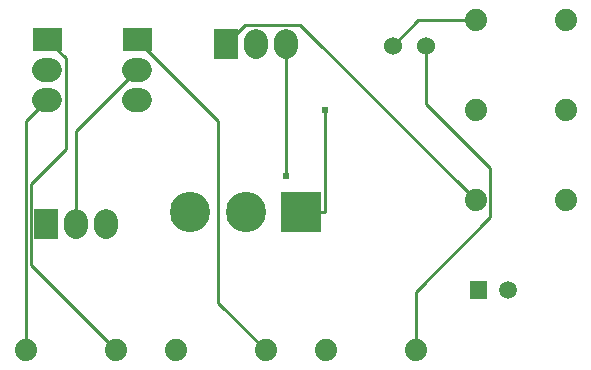
<source format=gbl>
G04 Layer: BottomLayer*
G04 EasyEDA v6.4.19.4, 2021-06-20T15:31:19+02:00*
G04 e6e026fb29b945aabfb51621ac71b843,10*
G04 Gerber Generator version 0.2*
G04 Scale: 100 percent, Rotated: No, Reflected: No *
G04 Dimensions in millimeters *
G04 leading zeros omitted , absolute positions ,4 integer and 5 decimal *
%FSLAX45Y45*%
%MOMM*%

%ADD11C,0.2600*%
%ADD12C,0.6100*%
%ADD13C,1.5240*%
%ADD14C,1.4986*%
%ADD16R,3.4160X3.4160*%
%ADD17C,3.4160*%
%ADD19C,1.8796*%
%ADD21C,2.0000*%

%LPD*%
D11*
X2054857Y8547100D02*
G01*
X2739900Y7861808D01*
X2739900Y6320792D01*
X3142493Y5918200D01*
X1292857Y8547100D02*
G01*
X1449585Y8390384D01*
X1449585Y7618219D01*
X1153157Y7321804D01*
X1153157Y6637530D01*
X1872493Y5918200D01*
X4920493Y7188200D02*
G01*
X3435611Y8673084D01*
X2970535Y8673084D01*
X2806451Y8509000D01*
X3314451Y8509000D02*
G01*
X3314451Y7393688D01*
X3444750Y7086600D02*
G01*
X3644900Y7086600D01*
X3644900Y7086600D02*
G01*
X3644900Y7950200D01*
X1292857Y8039100D02*
G01*
X1110493Y7856730D01*
X1110493Y5918200D01*
X4920493Y8712200D02*
G01*
X4435350Y8712200D01*
X4219450Y8496300D01*
X4412493Y5918200D02*
G01*
X4412493Y6409946D01*
X5044442Y7041895D01*
X5044442Y7457696D01*
X4498850Y8003288D01*
X4498850Y8496300D01*
X1536445Y6985000D02*
G01*
X1536445Y7774688D01*
X2054857Y8293100D01*
D13*
G01*
X4498847Y8496300D03*
G01*
X4219447Y8496300D03*
D14*
G01*
X5197347Y6426200D03*
G36*
X4868418Y6501129D02*
G01*
X5018277Y6501129D01*
X5018277Y6351270D01*
X4868418Y6351270D01*
G37*
D16*
G01*
X3444747Y7086600D03*
D17*
G01*
X2974847Y7086600D03*
G01*
X2504947Y7086600D03*
G36*
X1182372Y7109968D02*
G01*
X1382524Y7109968D01*
X1382524Y6860031D01*
X1182372Y6860031D01*
G37*
G36*
X2706372Y8633968D02*
G01*
X2906524Y8633968D01*
X2906524Y8384031D01*
X2706372Y8384031D01*
G37*
D19*
G01*
X3650488Y5918200D03*
G01*
X4412488Y5918200D03*
G01*
X4920488Y7950200D03*
G01*
X5682488Y7950200D03*
G01*
X4920488Y7188200D03*
G01*
X5682488Y7188200D03*
G01*
X1110487Y5918200D03*
G01*
X1872487Y5918200D03*
G01*
X2380488Y5918200D03*
G01*
X3142488Y5918200D03*
G01*
X4920488Y8712200D03*
G01*
X5682488Y8712200D03*
G36*
X2179698Y8647176D02*
G01*
X2179698Y8447024D01*
X1929762Y8447024D01*
X1929762Y8647176D01*
G37*
G36*
X1417698Y8647176D02*
G01*
X1417698Y8447024D01*
X1167762Y8447024D01*
X1167762Y8647176D01*
G37*
D12*
G01*
X3314445Y7393686D03*
G01*
X3644900Y7950200D03*
D21*
X1536448Y7009998D02*
G01*
X1536448Y6959998D01*
X1790448Y7009998D02*
G01*
X1790448Y6959998D01*
X3060448Y8533998D02*
G01*
X3060448Y8483998D01*
X3314448Y8533998D02*
G01*
X3314448Y8483998D01*
X2079731Y8039100D02*
G01*
X2029731Y8039100D01*
X2079731Y8293100D02*
G01*
X2029731Y8293100D01*
X1317731Y8039100D02*
G01*
X1267731Y8039100D01*
X1317731Y8293100D02*
G01*
X1267731Y8293100D01*
M02*

</source>
